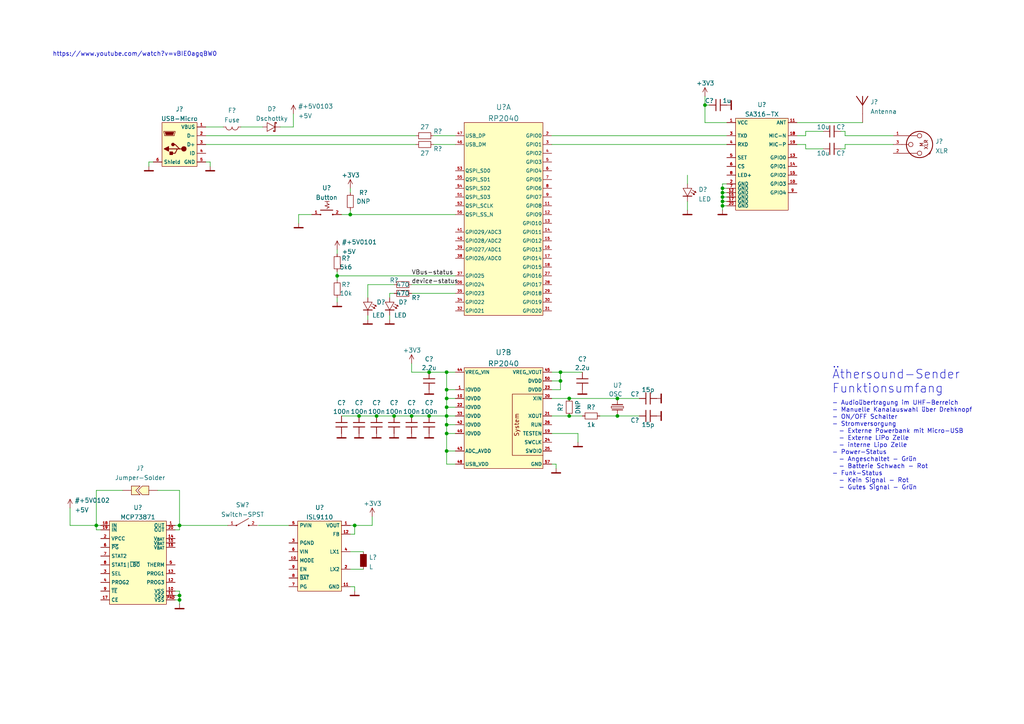
<source format=kicad_sch>
(kicad_sch (version 20211123) (generator eeschema)
  (paper "A4")
  (lib_symbols
    (symbol "DI-power:+3V3" (power) (pin_numbers hide) (pin_names hide) (in_bom no) (on_board no)
      (property "Value" "+3V3" (at 0 3.81 0))
      (symbol "+3V3_0_1"
        (polyline (pts (xy -0.635 1.27) (xy 0 2.54) (xy 0.635 1.27)) (stroke (width 0.1524)))
        (polyline (pts (xy 0 0) (xy 0 1.27) (xy 0 2.54)) (stroke (width 0.1524)))
      )
      (symbol "+3V3_1_1"
        (pin power_in line (at 0 0 90) (length 2.54) hide (name "+3V3") (number "+3V3"))
      )
    )
    (symbol "DI-power:+5V" (power) (in_bom no) (on_board no)
      (property "Reference" "+5V" (at 0 3.81 0))
      (property "Value" "+5V" (at 0 3.81 0))
      (symbol "+5V_0_1"
        (polyline (pts (xy -0.635 1.27) (xy 0 2.54) (xy 0.635 1.27)) (stroke (width 0.1524)))
        (polyline (pts (xy 0 0) (xy 0 1.27) (xy 0 2.54)) (stroke (width 0.1524)))
      )
      (symbol "+5V_1_1"
        (pin power_in line (at 0 0 90) (length 2.54) hide (name "+5V") (number "+5V"))
      )
    )
    (symbol "DI-power:GND" (power) (pin_numbers hide) (pin_names (offset 0) hide) (in_bom no) (on_board no)
      (symbol "GND_0_1"
        (polyline (pts (xy -1.27 -1.27) (xy 1.27 -1.27)) (stroke (width 0.381)))
        (polyline (pts (xy 0 0) (xy 0 -1.27)) (stroke (width 0.1524)))
      )
      (symbol "GND_1_1"
        (pin passive line (at 0 0 270) (length 1.27) hide (name "GND") (number "GND"))
      )
    )
    (symbol "DI-standard:Button" (pin_names hide)
      (property "Reference" "U" (at 8.5344 -2.0828 0))
      (property "Value" "Button" (at 3.8608 -2.032 0))
      (symbol "Button_0_1"
        (polyline (pts (xy 6.096 1.27) (xy 2.54 1.27)) (stroke (width 0.254)))
        (polyline (pts (xy 4.445 1.651) (xy 4.445 1.905) (xy 5.08 2.159) (xy 3.81 2.54) (xy 5.08 2.921) (xy 4.445 3.175) (xy 4.445 3.81) (xy 3.81 3.81) (xy 5.08 3.81)) (stroke (width 0.1524)))
        (circle (center 2.54 0) (radius 0.1524) (stroke (width 0.1524)) (fill (type outline)))
        (circle (center 6.096 0) (radius 0.1606) (stroke (width 0.1524)) (fill (type outline)))
      )
      (symbol "Button_1_1"
        (pin passive line (at 0 0 0) (length 2.54) (name "1") (number "1"))
        (pin passive line (at 8.636 0 180) (length 2.54) (name "2") (number "2"))
      )
    )
    (symbol "DI-standard:C" (pin_numbers hide) (pin_names hide)
      (property "Reference" "C" (at 1.27 -4.445 0))
      (property "Value" "C" (at 1.524 0.127 0))
      (symbol "C_0_1"
        (polyline (pts (xy -1.651 -3.175) (xy 1.651 -3.175)) (stroke (width 0.254)))
        (polyline (pts (xy -1.651 -1.905) (xy 1.651 -1.905)) (stroke (width 0.254)))
      )
      (symbol "C_1_1"
        (pin passive line (at 0 0 270) (length 1.905) (name "1") (number "1"))
        (pin passive line (at 0 -5.08 90) (length 1.905) (name "2") (number "2"))
      )
    )
    (symbol "DI-standard:Dschottky" (pin_numbers hide) (pin_names hide)
      (property "Reference" "D" (at 1.905 -0.635 0))
      (property "Value" "Dschottky" (at 8.255 -0.508 0))
      (symbol "Dschottky_0_1"
        (polyline (pts (xy -1.27 -3.556) (xy 1.27 -3.556)) (stroke (width 0.254)))
        (polyline (pts (xy -1.27 -3.175) (xy -1.27 -3.556)) (stroke (width 0.254)))
        (polyline (pts (xy -1.27 -3.175) (xy -1.016 -3.175)) (stroke (width 0.254)))
        (polyline (pts (xy 0 -3.81) (xy 0 -3.556)) (stroke (width 0.1524)))
        (polyline (pts (xy 1.27 -3.937) (xy 1.016 -3.937)) (stroke (width 0.254)))
        (polyline (pts (xy 1.27 -3.556) (xy 1.27 -3.937)) (stroke (width 0.254)))
        (polyline (pts (xy -1.27 -1.27) (xy 1.27 -1.27) (xy 0 -3.556) (xy -1.27 -1.27)) (stroke (width 0.1524)))
      )
      (symbol "Dschottky_1_1"
        (pin passive line (at 0 0 270) (length 1.27) (name "A") (number "A"))
        (pin passive line (at 0 -5.08 90) (length 1.27) (name "K") (number "K"))
      )
    )
    (symbol "DI-standard:Fuse" (pin_numbers hide) (pin_names hide)
      (property "Reference" "F" (at -0.127 1.905 0))
      (property "Value" "Fuse" (at 0 1.905 0))
      (symbol "Fuse_0_1"
        (arc (start 0 -2.54) (mid -0.9024 -3.429) (end 0 -4.318) (stroke (width 0.1524)))
        (arc (start 0 -0.762) (mid -0.8758 -1.651) (end 0 -2.54) (stroke (width 0.1524)))
      )
      (symbol "Fuse_1_1"
        (pin passive line (at 0 0 270) (length 0.762) (name "1") (number "1"))
        (pin passive line (at 0 -5.08 90) (length 0.762) (name "2") (number "2"))
      )
    )
    (symbol "DI-standard:Jumper-Solder" (pin_numbers hide) (pin_names hide)
      (property "Reference" "J" (at 5.08 3.81 0))
      (property "Value" "Jumper-Solder" (at 5.08 -3.81 0))
      (symbol "Jumper-Solder_0_1"
        (polyline (pts (xy 2.54 1.27) (xy 2.54 -1.27) (xy 5.08 -1.27) (xy 3.81 0) (xy 5.08 1.27) (xy 2.54 1.27)) (stroke (width 0.1524)) (fill (type background)))
        (polyline (pts (xy 7.62 0) (xy 7.62 1.27) (xy 5.715 1.27) (xy 4.445 0) (xy 5.715 -1.27) (xy 7.62 -1.27) (xy 7.62 0)) (stroke (width 0.1524)) (fill (type background)))
      )
      (symbol "Jumper-Solder_1_1"
        (pin passive line (at 0 0 0) (length 2.54) (name "1") (number "1"))
        (pin passive line (at 10.16 0 180) (length 2.54) (name "2") (number "2"))
      )
    )
    (symbol "DI-standard:L" (pin_numbers hide) (pin_names hide)
      (property "Reference" "L" (at 1.651 -1.524 0))
      (property "Value" "L" (at 1.651 -3.683 0))
      (symbol "L_0_1"
        (rectangle (start -0.889 -0.762) (end 0.889 -4.318) (stroke (width 0.1524)) (fill (type outline)))
      )
      (symbol "L_1_1"
        (pin passive line (at 0 0 270) (length 0.762) (name "1") (number "1"))
        (pin passive line (at 0 -5.08 90) (length 0.762) (name "2") (number "2"))
      )
    )
    (symbol "DI-standard:LED" (pin_numbers hide) (pin_names hide)
      (property "Reference" "D" (at 1.905 -0.635 0))
      (property "Value" "LED" (at 1.905 1.27 0))
      (symbol "LED_0_1"
        (polyline (pts (xy -1.27 -3.556) (xy 1.27 -3.556)) (stroke (width 0.254)))
        (polyline (pts (xy 0 -3.81) (xy 0 -3.556)) (stroke (width 0.1524)))
        (polyline (pts (xy 1.016 -2.4384) (xy 2.0828 -3.0988)) (stroke (width 0.1524)))
        (polyline (pts (xy 1.4224 -1.8288) (xy 2.4892 -2.4892)) (stroke (width 0.1524)))
        (polyline (pts (xy -1.27 -1.27) (xy 1.27 -1.27) (xy 0 -3.556) (xy -1.27 -1.27)) (stroke (width 0.1524)))
        (polyline (pts (xy 2.0828 -3.0988) (xy 1.8796 -2.6924) (xy 1.6256 -3.0988) (xy 2.0828 -3.0988)) (stroke (width 0.1524)) (fill (type outline)))
        (polyline (pts (xy 2.4892 -2.4892) (xy 2.286 -2.0828) (xy 2.032 -2.4892) (xy 2.4892 -2.4892)) (stroke (width 0.1524)) (fill (type outline)))
      )
      (symbol "LED_1_1"
        (pin passive line (at 0 0 270) (length 1.27) (name "A") (number "A"))
        (pin passive line (at 0 -5.08 90) (length 1.27) (name "K") (number "K"))
      )
    )
    (symbol "DI-standard:OSC" (pin_numbers hide) (pin_names (offset 0) hide)
      (property "Reference" "U" (at 4.064 -0.762 0))
      (property "Value" "OSC" (at 3.81 1.778 0))
      (symbol "OSC_0_1"
        (rectangle (start -1.778 -2.286) (end 1.778 -2.794) (stroke (width 0.1524)))
        (polyline (pts (xy -1.524 -3.302) (xy 1.524 -3.302)) (stroke (width 0.254)))
        (polyline (pts (xy -1.524 -1.778) (xy 1.524 -1.778)) (stroke (width 0.254)))
        (polyline (pts (xy 0 -3.81) (xy 0 -3.302)) (stroke (width 0.1524)))
        (polyline (pts (xy 0 -1.27) (xy 0 -1.778)) (stroke (width 0.1524)))
      )
      (symbol "OSC_1_1"
        (pin passive line (at 0 0 270) (length 1.27) (name "1") (number "1"))
        (pin passive line (at 0 -5.08 90) (length 1.27) (name "2") (number "2"))
      )
    )
    (symbol "DI-standard:R" (pin_numbers hide) (pin_names hide)
      (property "Reference" "R" (at 1.651 -3.556 0))
      (property "Value" "R" (at 1.651 -1.651 0))
      (symbol "R_0_1"
        (rectangle (start -0.889 -0.762) (end 0.889 -4.318) (stroke (width 0.1524)))
      )
      (symbol "R_1_1"
        (pin passive line (at 0 0 270) (length 0.762) (name "1") (number "1"))
        (pin passive line (at 0 -5.08 90) (length 0.762) (name "2") (number "2"))
      )
    )
    (symbol "DI-standard:Switch-SPST" (pin_names hide)
      (property "Reference" "SW" (at 0 2.54 0))
      (property "Value" "Switch-SPST" (at 0 3.81 0))
      (symbol "Switch-SPST_0_1"
        (polyline (pts (xy 6.096 2.032) (xy 2.54 0)) (stroke (width 0.1524)))
        (circle (center 2.54 0) (radius 0.1524) (stroke (width 0.1524)) (fill (type outline)))
        (circle (center 6.096 0) (radius 0.1606) (stroke (width 0.1524)) (fill (type outline)))
      )
      (symbol "Switch-SPST_1_1"
        (pin passive line (at 0 0 0) (length 2.54) (name "1") (number "1"))
        (pin passive line (at 8.636 0 180) (length 2.54) (name "2") (number "2"))
      )
    )
    (symbol "audio-components:Antenna" (pin_numbers hide) (pin_names hide)
      (property "Reference" "J" (at 3.175 2.54 0))
      (property "Value" "Antenna" (at 6.35 0.635 0))
      (symbol "Antenna_0_1"
        (polyline (pts (xy 0 2.54) (xy 0 5.08)) (stroke (width 0.1524)))
        (polyline (pts (xy 0 5.08) (xy -1.778 7.62)) (stroke (width 0.254)))
        (polyline (pts (xy 0 5.08) (xy 0 7.62)) (stroke (width 0.254)))
        (polyline (pts (xy 0 5.08) (xy 1.524 7.62)) (stroke (width 0.254)))
      )
      (symbol "Antenna_1_1"
        (pin bidirectional line (at 0 0 90) (length 2.54) (name "1") (number "1"))
      )
    )
    (symbol "audio-components:ISL9110"
      (property "Reference" "U" (at 2.54 2.54 0))
      (property "Value" "ISL9110" (at 8.89 -20.32 0))
      (symbol "ISL9110_0_1"
        (rectangle (start 2.54 1.27) (end 15.24 -19.05) (stroke (width 0.1524)) (fill (type background)))
      )
      (symbol "ISL9110_1_1"
        (pin power_out line (at 17.78 0 180) (length 2.54) (name "VOUT") (number "1"))
        (pin input line (at 0 -10.16 0) (length 2.54) (name "MODE") (number "10"))
        (pin passive line (at 17.78 -17.78 180) (length 2.54) (name "GND") (number "11"))
        (pin input line (at 17.78 -2.54 180) (length 2.54) (name "FB") (number "12"))
        (pin passive line (at 17.78 -12.7 180) (length 2.54) (name "LX2") (number "2"))
        (pin passive line (at 0 -5.08 0) (length 2.54) (name "PGND") (number "3"))
        (pin passive line (at 17.78 -7.62 180) (length 2.54) (name "LX1") (number "4"))
        (pin power_in line (at 0 0 0) (length 2.54) (name "PVIN") (number "5"))
        (pin power_in line (at 0 -7.62 0) (length 2.54) (name "VIN") (number "6"))
        (pin open_collector line (at 0 -17.78 0) (length 2.54) (name "PG") (number "7"))
        (pin open_collector line (at 0 -15.24 0) (length 2.54) (name "~{BAT}") (number "8"))
        (pin input line (at 0 -12.7 0) (length 2.54) (name "EN") (number "9"))
      )
    )
    (symbol "audio-components:MCP73871"
      (property "Reference" "U" (at 6.35 2.54 0))
      (property "Value" "MCP73871" (at 0 2.54 0))
      (symbol "MCP73871_0_1"
        (rectangle (start 2.54 1.27) (end 19.05 -22.86) (stroke (width 0.1524)) (fill (type background)))
        (rectangle (start 16.51 -22.86) (end 16.51 -22.86) (stroke (width 0.1524)))
      )
      (symbol "MCP73871_1_1"
        (pin power_out line (at 21.59 0 180) (length 2.54) (name "OUT") (number "1"))
        (pin passive line (at 21.59 -19.05 180) (length 2.54) (name "VSS") (number "10"))
        (pin passive line (at 21.59 -20.32 180) (length 2.54) (name "VSS") (number "11"))
        (pin passive line (at 21.59 -16.51 180) (length 2.54) (name "PROG3") (number "12"))
        (pin passive line (at 21.59 -13.97 180) (length 2.54) (name "PROG1") (number "13"))
        (pin bidirectional line (at 21.59 -3.81 180) (length 2.54) (name "V_{BAT}") (number "14"))
        (pin bidirectional line (at 21.59 -5.08 180) (length 2.54) (name "V_{BAT}") (number "15"))
        (pin bidirectional line (at 21.59 -6.35 180) (length 2.54) (name "V_{BAT}") (number "16"))
        (pin input line (at 0 -21.59 0) (length 2.54) (name "CE") (number "17"))
        (pin power_in line (at 0 0 0) (length 2.54) (name "IN") (number "18"))
        (pin power_in line (at 0 -1.27 0) (length 2.54) (name "IN") (number "19"))
        (pin input line (at 0 -3.81 0) (length 2.54) (name "VPCC") (number "2"))
        (pin power_out line (at 21.59 -1.27 180) (length 2.54) (name "OUT") (number "20"))
        (pin input line (at 0 -13.97 0) (length 2.54) (name "SEL") (number "3"))
        (pin input line (at 0 -16.51 0) (length 2.54) (name "PROG2") (number "4"))
        (pin passive line (at 21.59 -11.43 180) (length 2.54) (name "THERM") (number "5"))
        (pin open_collector line (at 0 -6.35 0) (length 2.54) (name "~{PG}") (number "6"))
        (pin open_collector line (at 0 -8.89 0) (length 2.54) (name "STAT2") (number "7"))
        (pin open_collector line (at 0 -11.43 0) (length 2.54) (name "STAT1|~{LBO}") (number "8"))
        (pin input line (at 0 -19.05 0) (length 2.54) (name "~{TE}") (number "9"))
        (pin passive line (at 21.59 -21.59 180) (length 2.54) (name "VSS") (number "PAD"))
      )
    )
    (symbol "audio-components:RP2040" (pin_names (offset 0.254))
      (property "Reference" "U" (at 33.02 12.7 0))
      (property "Value" "RP2040" (at 13.97 2.54 0))
      (symbol "RP2040_1_1"
        (rectangle (start 2.54 3.81) (end 25.4 -52.07) (stroke (width 0.1524)) (fill (type background)))
        (pin bidirectional line (at 0 -20.32 0) (length 2.54) (name "GPIO8") (number "11"))
        (pin bidirectional line (at 0 -22.86 0) (length 2.54) (name "GPIO9") (number "12"))
        (pin bidirectional line (at 0 -25.4 0) (length 2.54) (name "GPIO10") (number "13"))
        (pin bidirectional line (at 0 -27.94 0) (length 2.54) (name "GPIO11") (number "14"))
        (pin bidirectional line (at 0 -30.48 0) (length 2.54) (name "GPIO12") (number "15"))
        (pin bidirectional line (at 0 -33.02 0) (length 2.54) (name "GPIO13") (number "16"))
        (pin bidirectional line (at 0 -35.56 0) (length 2.54) (name "GPIO14") (number "17"))
        (pin bidirectional line (at 0 -38.1 0) (length 2.54) (name "GPIO15") (number "18"))
        (pin bidirectional line (at 0 0 0) (length 2.54) (name "GPIO0") (number "2"))
        (pin bidirectional line (at 0 -40.64 0) (length 2.54) (name "GPIO16") (number "27"))
        (pin bidirectional line (at 0 -43.18 0) (length 2.54) (name "GPIO17") (number "28"))
        (pin bidirectional line (at 0 -45.72 0) (length 2.54) (name "GPIO18") (number "29"))
        (pin bidirectional line (at 0 -2.54 0) (length 2.54) (name "GPIO1") (number "3"))
        (pin bidirectional line (at 0 -48.26 0) (length 2.54) (name "GPIO19") (number "30"))
        (pin bidirectional line (at 0 -50.8 0) (length 2.54) (name "GPIO20") (number "31"))
        (pin bidirectional line (at 27.94 -50.8 180) (length 2.54) (name "GPIO21") (number "32"))
        (pin bidirectional line (at 27.94 -48.26 180) (length 2.54) (name "GPIO22") (number "34"))
        (pin bidirectional line (at 27.94 -45.72 180) (length 2.54) (name "GPIO23") (number "35"))
        (pin bidirectional line (at 27.94 -43.18 180) (length 2.54) (name "GPIO24") (number "36"))
        (pin bidirectional line (at 27.94 -40.64 180) (length 2.54) (name "GPIO25") (number "37"))
        (pin bidirectional line (at 27.94 -35.56 180) (length 2.54) (name "GPIO26/ADC0") (number "38"))
        (pin bidirectional line (at 27.94 -33.02 180) (length 2.54) (name "GPIO27/ADC1") (number "39"))
        (pin bidirectional line (at 0 -5.08 0) (length 2.54) (name "GPIO2") (number "4"))
        (pin bidirectional line (at 27.94 -30.48 180) (length 2.54) (name "GPIO28/ADC2") (number "40"))
        (pin bidirectional line (at 27.94 -27.94 180) (length 2.54) (name "GPIO29/ADC3") (number "41"))
        (pin unspecified line (at 27.94 -2.54 180) (length 2.54) (name "USB_DM") (number "46"))
        (pin unspecified line (at 27.94 0 180) (length 2.54) (name "USB_DP") (number "47"))
        (pin bidirectional line (at 0 -7.62 0) (length 2.54) (name "GPIO3") (number "5"))
        (pin bidirectional line (at 27.94 -17.78 180) (length 2.54) (name "QSPI_SD3") (number "51"))
        (pin unspecified line (at 27.94 -20.32 180) (length 2.54) (name "QSPI_SCLK") (number "52"))
        (pin bidirectional line (at 27.94 -10.16 180) (length 2.54) (name "QSPI_SD0") (number "53"))
        (pin bidirectional line (at 27.94 -15.24 180) (length 2.54) (name "QSPI_SD2") (number "54"))
        (pin bidirectional line (at 27.94 -12.7 180) (length 2.54) (name "QSPI_SD1") (number "55"))
        (pin unspecified line (at 27.94 -22.86 180) (length 2.54) (name "QSPI_SS_N") (number "56"))
        (pin bidirectional line (at 0 -10.16 0) (length 2.54) (name "GPIO4") (number "6"))
        (pin bidirectional line (at 0 -12.7 0) (length 2.54) (name "GPIO5") (number "7"))
        (pin bidirectional line (at 0 -15.24 0) (length 2.54) (name "GPIO6") (number "8"))
        (pin bidirectional line (at 0 -17.78 0) (length 2.54) (name "GPIO7") (number "9"))
      )
      (symbol "RP2040_2_1"
        (polyline (pts (xy 25.4 -6.35) (xy 16.51 -6.35) (xy 16.51 -24.13) (xy 25.4 -24.13)) (stroke (width 0.1524)))
        (rectangle (start 2.54 1.27) (end 25.4 -27.94) (stroke (width 0.1524)) (fill (type background)))
        (text "System" (at 17.78 -15.24 900) (effects (font (size 1.27 1.27))))
        (pin power_in line (at 0 -5.08 0) (length 2.54) (name "IOVDD") (number "1"))
        (pin power_in line (at 0 -7.62 0) (length 2.54) (name "IOVDD") (number "10"))
        (pin unspecified line (at 27.94 -17.78 180) (length 2.54) (name "TESTEN") (number "19"))
        (pin unspecified line (at 27.94 -7.62 180) (length 2.54) (name "XIN") (number "20"))
        (pin output line (at 27.94 -12.7 180) (length 2.54) (name "XOUT") (number "21"))
        (pin power_in line (at 0 -10.16 0) (length 2.54) (name "IOVDD") (number "22"))
        (pin power_in line (at 27.94 -5.08 180) (length 2.54) (name "DVDD") (number "23"))
        (pin unspecified line (at 27.94 -20.32 180) (length 2.54) (name "SWCLK") (number "24"))
        (pin unspecified line (at 27.94 -22.86 180) (length 2.54) (name "SWDIO") (number "25"))
        (pin unspecified line (at 27.94 -15.24 180) (length 2.54) (name "RUN") (number "26"))
        (pin power_in line (at 0 -12.7 0) (length 2.54) (name "IOVDD") (number "33"))
        (pin power_in line (at 0 -15.24 0) (length 2.54) (name "IOVDD") (number "42"))
        (pin power_in line (at 0 -22.86 0) (length 2.54) (name "ADC_AVDD") (number "43"))
        (pin unspecified line (at 0 0 0) (length 2.54) (name "VREG_VIN") (number "44"))
        (pin output line (at 27.94 0 180) (length 2.54) (name "VREG_VOUT") (number "45"))
        (pin power_in line (at 0 -26.67 0) (length 2.54) (name "USB_VDD") (number "48"))
        (pin power_in line (at 0 -17.78 0) (length 2.54) (name "IOVDD") (number "49"))
        (pin power_in line (at 27.94 -2.54 180) (length 2.54) (name "DVDD") (number "50"))
        (pin power_in line (at 27.94 -26.67 180) (length 2.54) (name "GND") (number "57"))
      )
    )
    (symbol "audio-components:SA316-TX"
      (property "Reference" "U" (at 1.27 1.27 0))
      (property "Value" "SA316-TX" (at 10.16 -25.4 0))
      (symbol "SA316-TX_0_1"
        (rectangle (start 0 0) (end 15.24 -26.67) (stroke (width 0.1524)) (fill (type background)))
      )
      (symbol "SA316-TX_1_1"
        (pin power_in line (at -2.54 -1.27 0) (length 2.54) (name "VCC") (number "1"))
        (pin bidirectional line (at 17.78 -19.05 180) (length 2.54) (name "GPIO3") (number "10"))
        (pin bidirectional line (at 17.78 -1.27 180) (length 2.54) (name "ANT") (number "11"))
        (pin passive line (at -2.54 -21.59 0) (length 2.54) (name "GND") (number "12"))
        (pin bidirectional line (at 17.78 -11.43 180) (length 2.54) (name "GPIO0") (number "13"))
        (pin bidirectional line (at 17.78 -13.97 180) (length 2.54) (name "GPIO1") (number "14"))
        (pin bidirectional line (at 17.78 -16.51 180) (length 2.54) (name "GPIO2") (number "15"))
        (pin passive line (at -2.54 -22.86 0) (length 2.54) (name "GND") (number "16"))
        (pin passive line (at -2.54 -24.13 0) (length 2.54) (name "GND") (number "17"))
        (pin input line (at 17.78 -5.08 180) (length 2.54) (name "MIC-N") (number "18"))
        (pin input line (at 17.78 -7.62 180) (length 2.54) (name "MIC-P") (number "19"))
        (pin passive line (at -2.54 -19.05 0) (length 2.54) (name "GND") (number "2"))
        (pin passive line (at -2.54 -25.4 0) (length 2.54) (name "GND") (number "20"))
        (pin output line (at -2.54 -5.08 0) (length 2.54) (name "TXD") (number "3"))
        (pin input line (at -2.54 -7.62 0) (length 2.54) (name "RXD") (number "4"))
        (pin input line (at -2.54 -11.43 0) (length 2.54) (name "SET") (number "5"))
        (pin input line (at -2.54 -13.97 0) (length 2.54) (name "CS") (number "6"))
        (pin passive line (at -2.54 -20.32 0) (length 2.54) (name "GND") (number "7"))
        (pin output line (at -2.54 -16.51 0) (length 2.54) (name "LED+") (number "8"))
        (pin bidirectional line (at 17.78 -21.59 180) (length 2.54) (name "GPIO4") (number "9"))
      )
    )
    (symbol "audio-components:USB-Micro"
      (property "Reference" "J" (at 3.048 2.286 0))
      (property "Value" "USB-Micro" (at 7.62 -12.573 0))
      (symbol "USB-Micro_0_1"
        (polyline (pts (xy 8.255 -6.35) (xy 10.795 -6.35)) (stroke (width 0.254)))
        (polyline (pts (xy 6.985 -6.35) (xy 7.62 -6.35) (xy 8.89 -5.08) (xy 9.525 -5.08)) (stroke (width 0.254)))
        (polyline (pts (xy 7.62 -6.35) (xy 8.255 -6.35) (xy 8.89 -7.62) (xy 10.16 -7.62)) (stroke (width 0.254)))
        (polyline (pts (xy 10.795 -5.715) (xy 10.795 -6.985) (xy 12.065 -6.35) (xy 10.795 -5.715)) (stroke (width 0.254)) (fill (type outline)))
        (polyline (pts (xy 9.271 -1.524) (xy 11.811 -1.524) (xy 11.557 -2.286) (xy 9.525 -2.286) (xy 9.271 -1.524)) (fill (type outline)))
        (polyline (pts (xy 8.89 -1.27) (xy 8.89 -1.524) (xy 9.144 -2.286) (xy 9.144 -2.54) (xy 11.938 -2.54) (xy 11.938 -2.286) (xy 12.192 -1.524) (xy 12.192 -1.27) (xy 8.89 -1.27)))
        (rectangle (start 2.54 1.27) (end 12.7 -11.43) (stroke (width 0.1524)) (fill (type background)))
        (circle (center 6.35 -6.35) (radius 0.635) (stroke (width 0.254)) (fill (type outline)))
        (circle (center 9.525 -5.08) (radius 0.381) (stroke (width 0.254)) (fill (type outline)))
        (rectangle (start 10.414 -7.239) (end 9.652 -8.001) (stroke (width 0.254)) (fill (type outline)))
      )
      (symbol "USB-Micro_1_1"
        (pin power_out line (at 0 0 0) (length 2.54) (name "VBUS") (number "1"))
        (pin bidirectional line (at 0 -2.54 0) (length 2.54) (name "D-") (number "2"))
        (pin bidirectional line (at 0 -5.08 0) (length 2.54) (name "D+") (number "3"))
        (pin passive line (at 0 -7.62 0) (length 2.54) (name "ID") (number "4"))
        (pin power_out line (at 0 -10.16 0) (length 2.54) (name "GND") (number "5"))
        (pin passive line (at 15.24 -10.16 180) (length 2.54) (name "Shield") (number "6"))
      )
    )
    (symbol "audio-components:XLR" (pin_names hide)
      (property "Reference" "J" (at 6.985 1.905 0))
      (property "Value" "XLR" (at 7.62 4.445 0))
      (symbol "XLR_0_0"
        (text "M" (at 2.54 8.255 0) (effects (font (size 1.016 1.016))))
        (text "XLR" (at 2.54 9.525 0) (effects (font (size 1.016 1.016))))
      )
      (symbol "XLR_0_1"
        (polyline (pts (xy 0 6.985) (xy 0 2.54)) (stroke (width 0.1524)))
        (polyline (pts (xy 2.54 4.445) (xy 2.54 2.54)) (stroke (width 0.1524)))
        (polyline (pts (xy 5.08 6.985) (xy 5.08 2.54) (xy 5.08 3.175) (xy 5.08 2.54)) (stroke (width 0.1524)))
        (circle (center 0 7.62) (radius 0.635) (stroke (width 0.1524)))
        (circle (center 2.54 5.08) (radius 0.635) (stroke (width 0.1524)))
        (circle (center 2.54 7.62) (radius 3.81) (stroke (width 0.254)))
        (circle (center 5.08 7.62) (radius 0.635) (stroke (width 0.1524)))
        (arc (start 5.2832 10.16) (mid 5.2749 10.7792) (end 4.6627 10.6855) (stroke (width 0.1524)))
      )
      (symbol "XLR_1_1"
        (pin passive line (at 0 0 90) (length 2.54) (name "1") (number "1"))
        (pin passive line (at 5.08 0 90) (length 2.54) (name "2") (number "2"))
        (pin passive line (at 2.54 0 90) (length 2.54) (name "3") (number "3"))
      )
    )
  )
  (junction (at 129.54 120.65))
  (junction (at 129.54 125.73))
  (junction (at 104.14 120.65))
  (junction (at 209.55 57.15))
  (junction (at 165.1 115.57))
  (junction (at 52.07 152.4))
  (junction (at 129.54 118.11))
  (junction (at 124.46 107.95))
  (junction (at 179.07 120.65))
  (junction (at 129.54 107.95))
  (junction (at 102.87 152.4))
  (junction (at 165.1 120.65))
  (junction (at 179.07 115.57))
  (junction (at 162.56 107.95))
  (junction (at 97.79 80.01))
  (junction (at 209.55 59.69))
  (junction (at 109.22 120.65))
  (junction (at 52.07 172.72))
  (junction (at 209.55 55.88))
  (junction (at 204.47 30.48))
  (junction (at 114.3 120.65))
  (junction (at 129.54 115.57))
  (junction (at 124.46 120.65))
  (junction (at 129.54 130.81))
  (junction (at 119.38 120.65))
  (junction (at 162.56 110.49))
  (junction (at 52.07 173.99))
  (junction (at 129.54 113.03))
  (junction (at 209.55 54.61))
  (junction (at 209.55 58.42))
  (junction (at 129.54 123.19))
  (junction (at 101.6 62.23))
  (junction (at 27.94 152.4))
  (wire (pts (xy 209.55 55.88) (xy 209.55 54.61)))
  (wire (pts (xy 129.54 125.73) (xy 132.08 125.73)))
  (wire (pts (xy 129.54 130.81) (xy 132.08 130.81)))
  (wire (pts (xy 44.45 46.99) (xy 43.18 46.99)))
  (wire (pts (xy 233.68 41.91) (xy 233.68 43.18)))
  (wire (pts (xy 129.54 118.11) (xy 132.08 118.11)))
  (wire (pts (xy 119.38 107.95) (xy 124.46 107.95)))
  (wire (pts (xy 129.54 113.03) (xy 132.08 113.03)))
  (wire (pts (xy 245.11 39.37) (xy 245.11 38.1)))
  (wire (pts (xy 160.02 110.49) (xy 162.56 110.49)))
  (wire (pts (xy 104.14 120.65) (xy 109.22 120.65)))
  (wire (pts (xy 233.68 38.1) (xy 238.76 38.1)))
  (wire (pts (xy 59.69 41.91) (xy 120.65 41.91)))
  (wire (pts (xy 86.614 62.23) (xy 86.614 64.77)))
  (wire (pts (xy 132.08 120.65) (xy 129.54 120.65)))
  (wire (pts (xy 106.68 82.55) (xy 106.68 86.36)))
  (wire (pts (xy 101.6 160.02) (xy 105.41 160.02)))
  (wire (pts (xy 162.56 113.03) (xy 160.02 113.03)))
  (wire (pts (xy 179.07 115.57) (xy 185.42 115.57)))
  (wire (pts (xy 245.11 43.18) (xy 243.84 43.18)))
  (wire (pts (xy 50.8 172.72) (xy 52.07 172.72)))
  (wire (pts (xy 129.54 120.65) (xy 129.54 123.19)))
  (wire (pts (xy 165.1 120.65) (xy 168.91 120.65)))
  (wire (pts (xy 101.6 60.96) (xy 101.6 62.23)))
  (wire (pts (xy 204.47 35.56) (xy 210.82 35.56)))
  (wire (pts (xy 129.54 134.62) (xy 129.54 130.81)))
  (wire (pts (xy 59.69 39.37) (xy 120.65 39.37)))
  (wire (pts (xy 245.11 38.1) (xy 243.84 38.1)))
  (wire (pts (xy 52.07 172.72) (xy 52.07 171.45)))
  (wire (pts (xy 209.55 57.15) (xy 209.55 55.88)))
  (wire (pts (xy 101.6 55.88) (xy 101.6 54.61)))
  (wire (pts (xy 109.22 120.65) (xy 114.3 120.65)))
  (wire (pts (xy 113.03 91.44) (xy 113.03 92.71)))
  (wire (pts (xy 245.11 39.37) (xy 259.08 39.37)))
  (wire (pts (xy 129.54 107.95) (xy 129.54 113.03)))
  (wire (pts (xy 101.6 165.1) (xy 105.41 165.1)))
  (wire (pts (xy 27.94 142.24) (xy 27.94 152.4)))
  (wire (pts (xy 209.55 59.69) (xy 209.55 60.96)))
  (wire (pts (xy 125.73 39.37) (xy 132.08 39.37)))
  (wire (pts (xy 209.55 54.61) (xy 209.55 53.34)))
  (wire (pts (xy 102.87 154.94) (xy 102.87 152.4)))
  (wire (pts (xy 162.56 107.95) (xy 168.91 107.95)))
  (wire (pts (xy 210.82 57.15) (xy 209.55 57.15)))
  (wire (pts (xy 114.3 82.55) (xy 106.68 82.55)))
  (wire (pts (xy 129.54 130.81) (xy 129.54 125.73)))
  (wire (pts (xy 81.28 36.83) (xy 85.09 36.83)))
  (wire (pts (xy 59.69 46.99) (xy 60.96 46.99)))
  (wire (pts (xy 50.8 173.99) (xy 52.07 173.99)))
  (wire (pts (xy 245.11 43.18) (xy 245.11 41.91)))
  (wire (pts (xy 97.79 72.39) (xy 97.79 73.66)))
  (wire (pts (xy 129.54 113.03) (xy 129.54 115.57)))
  (wire (pts (xy 259.08 41.91) (xy 245.11 41.91)))
  (wire (pts (xy 167.64 125.73) (xy 167.64 128.27)))
  (wire (pts (xy 52.07 171.45) (xy 50.8 171.45)))
  (wire (pts (xy 124.46 107.95) (xy 129.54 107.95)))
  (wire (pts (xy 209.55 58.42) (xy 209.55 57.15)))
  (wire (pts (xy 101.6 154.94) (xy 102.87 154.94)))
  (wire (pts (xy 97.79 86.36) (xy 97.79 87.63)))
  (wire (pts (xy 52.07 173.99) (xy 52.07 172.72)))
  (wire (pts (xy 101.6 62.23) (xy 132.08 62.23)))
  (wire (pts (xy 52.07 153.67) (xy 52.07 152.4)))
  (wire (pts (xy 204.47 30.48) (xy 204.47 35.56)))
  (wire (pts (xy 160.02 125.73) (xy 167.64 125.73)))
  (wire (pts (xy 124.46 120.65) (xy 129.54 120.65)))
  (wire (pts (xy 101.6 152.4) (xy 102.87 152.4)))
  (wire (pts (xy 102.87 170.18) (xy 102.87 171.45)))
  (wire (pts (xy 129.54 115.57) (xy 129.54 118.11)))
  (wire (pts (xy 162.56 110.49) (xy 162.56 113.03)))
  (wire (pts (xy 161.29 134.62) (xy 161.29 135.89)))
  (wire (pts (xy 209.55 58.42) (xy 210.82 58.42)))
  (wire (pts (xy 199.39 58.42) (xy 199.39 60.96)))
  (wire (pts (xy 173.99 120.65) (xy 179.07 120.65)))
  (wire (pts (xy 119.38 105.41) (xy 119.38 107.95)))
  (wire (pts (xy 129.54 123.19) (xy 129.54 125.73)))
  (wire (pts (xy 27.94 152.4) (xy 29.21 152.4)))
  (wire (pts (xy 209.55 53.34) (xy 210.82 53.34)))
  (wire (pts (xy 209.55 59.69) (xy 209.55 58.42)))
  (wire (pts (xy 119.38 120.65) (xy 124.46 120.65)))
  (wire (pts (xy 97.79 80.01) (xy 97.79 81.28)))
  (wire (pts (xy 35.56 142.24) (xy 27.94 142.24)))
  (wire (pts (xy 199.39 53.34) (xy 199.39 50.8)))
  (wire (pts (xy 129.54 118.11) (xy 129.54 120.65)))
  (wire (pts (xy 132.08 107.95) (xy 129.54 107.95)))
  (wire (pts (xy 99.06 120.65) (xy 104.14 120.65)))
  (wire (pts (xy 233.68 43.18) (xy 238.76 43.18)))
  (wire (pts (xy 231.14 39.37) (xy 233.68 39.37)))
  (wire (pts (xy 74.93 152.4) (xy 83.82 152.4)))
  (wire (pts (xy 129.54 123.19) (xy 132.08 123.19)))
  (wire (pts (xy 162.56 107.95) (xy 162.56 110.49)))
  (wire (pts (xy 113.03 85.09) (xy 114.3 85.09)))
  (wire (pts (xy 97.79 78.74) (xy 97.79 80.01)))
  (wire (pts (xy 107.95 149.86) (xy 107.95 152.4)))
  (wire (pts (xy 114.3 120.65) (xy 119.38 120.65)))
  (wire (pts (xy 210.82 54.61) (xy 209.55 54.61)))
  (wire (pts (xy 233.68 38.1) (xy 233.68 39.37)))
  (wire (pts (xy 27.94 153.67) (xy 27.94 152.4)))
  (wire (pts (xy 106.68 91.44) (xy 106.68 92.71)))
  (wire (pts (xy 113.03 86.36) (xy 113.03 85.09)))
  (wire (pts (xy 132.08 115.57) (xy 129.54 115.57)))
  (wire (pts (xy 160.02 39.37) (xy 210.82 39.37)))
  (wire (pts (xy 45.72 142.24) (xy 52.07 142.24)))
  (wire (pts (xy 60.96 46.99) (xy 60.96 48.26)))
  (wire (pts (xy 99.06 62.23) (xy 101.6 62.23)))
  (wire (pts (xy 179.07 120.65) (xy 185.42 120.65)))
  (wire (pts (xy 210.82 41.91) (xy 160.02 41.91)))
  (wire (pts (xy 52.07 142.24) (xy 52.07 152.4)))
  (wire (pts (xy 97.79 80.01) (xy 132.08 80.01)))
  (wire (pts (xy 50.8 153.67) (xy 52.07 153.67)))
  (wire (pts (xy 160.02 107.95) (xy 162.56 107.95)))
  (wire (pts (xy 52.07 152.4) (xy 66.04 152.4)))
  (wire (pts (xy 102.87 152.4) (xy 107.95 152.4)))
  (wire (pts (xy 233.68 41.91) (xy 231.14 41.91)))
  (wire (pts (xy 59.69 36.83) (xy 64.77 36.83)))
  (wire (pts (xy 160.02 115.57) (xy 165.1 115.57)))
  (wire (pts (xy 209.55 59.69) (xy 210.82 59.69)))
  (wire (pts (xy 160.02 120.65) (xy 165.1 120.65)))
  (wire (pts (xy 132.08 134.62) (xy 129.54 134.62)))
  (wire (pts (xy 160.02 134.62) (xy 161.29 134.62)))
  (wire (pts (xy 119.38 85.09) (xy 132.08 85.09)))
  (wire (pts (xy 204.47 27.94) (xy 204.47 30.48)))
  (wire (pts (xy 85.09 36.83) (xy 85.09 33.02)))
  (wire (pts (xy 90.424 62.23) (xy 86.614 62.23)))
  (wire (pts (xy 165.1 115.57) (xy 179.07 115.57)))
  (wire (pts (xy 209.55 55.88) (xy 210.82 55.88)))
  (wire (pts (xy 29.21 153.67) (xy 27.94 153.67)))
  (wire (pts (xy 20.32 152.4) (xy 27.94 152.4)))
  (wire (pts (xy 231.14 35.56) (xy 250.19 35.56)))
  (wire (pts (xy 119.38 82.55) (xy 132.08 82.55)))
  (wire (pts (xy 43.18 46.99) (xy 43.18 48.26)))
  (wire (pts (xy 20.32 147.32) (xy 20.32 152.4)))
  (wire (pts (xy 52.07 173.99) (xy 52.07 175.26)))
  (wire (pts (xy 101.6 170.18) (xy 102.87 170.18)))
  (wire (pts (xy 50.8 152.4) (xy 52.07 152.4)))
  (wire (pts (xy 69.85 36.83) (xy 76.2 36.83)))
  (wire (pts (xy 125.73 41.91) (xy 132.08 41.91)))
  (wire (pts (xy 205.74 30.48) (xy 204.47 30.48)))
  (text "Äthersound-Sender\nFunktionsumfang" (at 241.3 114.3 0) (effects (font (size 2.54 2.54)) (justify left bottom)))
  (text "https://www.youtube.com/watch?v=vBIE0agqBW0" (at 15.24 16.51 0) (effects (font (size 1.27 1.27)) (justify left bottom)))
  (text "- Audioübertragung im UHF-Berreich\n- Manuelle Kanalauswahl über Drehknopf\n- ON/OFF Schalter\n- Stromversorgung\n  - Externe Powerbank mit Micro-USB\n  - Externe LiPo Zelle\n  - interne Lipo Zelle\n- Power-Status\n  - Angeschaltet - Grün\n  - Batterie Schwach - Rot\n- Funk-Status\n  - Kein Signal - Rot\n  - Gutes Signal - Grün" (at 241.3 142.24 0) (effects (font (size 1.27 1.27)) (justify left bottom)))
  (label "device-status" (at 119.38 82.55 0))
  (label "VBus-status" (at 119.38 80.01 0))
  (symbol (lib_id "DI-power:GND") (at 167.64 128.27 0) (unit 1) (in_bom no) (on_board no)
    (property "Reference" "GND?" (effects hide))
    (property "Value" "GND" (effects hide))
  )
  (symbol (lib_id "audio-components:USB-Micro") (at 59.69 36.83 0) (mirror y) (unit 1)
    (property "Reference" "J?" (at 52.07 31.6443 0))
    (property "Value" "USB-Micro" (at 52.07 34.4194 0))
  )
  (symbol (lib_id "DI-standard:C") (at 99.06 125.73 180) (unit 1)
    (property "Reference" "C?" (at 99.06 116.84 0))
    (property "Value" "100n" (at 99.06 119.38 0))
  )
  (symbol (lib_id "DI-standard:C") (at 238.76 38.1 90) (unit 1)
    (property "Reference" "C?" (at 243.84 36.83 90))
    (property "Value" "10u" (at 238.76 36.83 90))
  )
  (symbol (lib_id "DI-standard:R") (at 101.6 60.96 180) (unit 1)
    (property "Reference" "R?" (at 105.41 55.88 0))
    (property "Value" "DNP" (at 105.41 58.42 0))
  )
  (symbol (lib_id "DI-power:GND") (at 114.3 125.73 0) (unit 1) (in_bom no) (on_board no)
    (property "Reference" "GND?" (effects hide))
    (property "Value" "GND" (effects hide))
  )
  (symbol (lib_id "DI-standard:R") (at 114.3 82.55 90) (unit 1)
    (property "Reference" "R?" (at 114.3 81.28 90))
    (property "Value" "470" (at 116.84 82.55 90))
  )
  (symbol (lib_id "DI-power:+3V3") (at 107.95 149.86 0) (unit 1) (in_bom no) (on_board no)
    (property "Reference" "+3V?" (effects hide))
    (property "Value" "+3V3" (at 105.41 146.05 0) (effects (justify left)))
  )
  (symbol (lib_id "DI-standard:LED") (at 106.68 86.36 0) (unit 1)
    (property "Reference" "D?" (at 109.22 87.63 0) (effects (justify left)))
    (property "Value" "LED" (at 107.95 91.44 0) (effects (justify left)))
  )
  (symbol (lib_id "DI-power:GND") (at 43.18 48.26 0) (mirror y) (unit 1) (in_bom no) (on_board no)
    (property "Reference" "GND?" (effects hide))
    (property "Value" "GND" (effects hide))
  )
  (symbol (lib_id "DI-standard:C") (at 124.46 113.03 180) (unit 1)
    (property "Reference" "C?" (at 124.46 104.14 0))
    (property "Value" "2.2u" (at 124.46 106.68 0))
  )
  (symbol (lib_id "DI-standard:C") (at 114.3 125.73 180) (unit 1)
    (property "Reference" "C?" (at 114.3 116.84 0))
    (property "Value" "100n" (at 114.3 119.38 0))
  )
  (symbol (lib_id "DI-power:GND") (at 124.46 113.03 0) (unit 1) (in_bom no) (on_board no)
    (property "Reference" "GND?" (effects hide))
    (property "Value" "GND" (effects hide))
  )
  (symbol (lib_id "DI-standard:OSC") (at 179.07 115.57 0) (unit 1)
    (property "Reference" "U?" (at 177.8 111.76 0) (effects (justify left)))
    (property "Value" "OSC" (at 176.53 114.3 0) (effects (justify left)))
  )
  (symbol (lib_id "DI-power:+3V3") (at 204.47 27.94 0) (unit 1) (in_bom no) (on_board no)
    (property "Reference" "+3V?" (effects hide))
    (property "Value" "+3V3" (at 201.93 24.13 0) (effects (justify left)))
  )
  (symbol (lib_id "DI-power:GND") (at 161.29 135.89 0) (unit 1) (in_bom no) (on_board no)
    (property "Reference" "GND?" (effects hide))
    (property "Value" "GND" (effects hide))
  )
  (symbol (lib_id "DI-power:GND") (at 99.06 125.73 0) (unit 1) (in_bom no) (on_board no)
    (property "Reference" "GND?" (effects hide))
    (property "Value" "GND" (effects hide))
  )
  (symbol (lib_id "DI-standard:Fuse") (at 64.77 36.83 90) (unit 1)
    (property "Reference" "F?" (at 67.31 32.0385 90))
    (property "Value" "Fuse" (at 67.31 34.8136 90))
  )
  (symbol (lib_id "DI-power:GND") (at 102.87 171.45 0) (unit 1) (in_bom no) (on_board no)
    (property "Reference" "GND?" (effects hide))
    (property "Value" "GND" (effects hide))
  )
  (symbol (lib_id "DI-power:+3V3") (at 101.6 54.61 0) (unit 1) (in_bom no) (on_board no)
    (property "Reference" "+3V?" (effects hide))
    (property "Value" "+3V3" (at 99.06 50.8 0) (effects (justify left)))
  )
  (symbol (lib_id "DI-standard:C") (at 119.38 125.73 180) (unit 1)
    (property "Reference" "C?" (at 119.38 116.84 0))
    (property "Value" "100n" (at 119.38 119.38 0))
  )
  (symbol (lib_id "DI-standard:Switch-SPST") (at 66.04 152.4 0) (unit 1)
    (property "Reference" "SW?" (at 70.3621 146.4523 0))
    (property "Value" "Switch-SPST" (at 70.3621 149.2274 0))
  )
  (symbol (lib_id "DI-power:GND") (at 119.38 125.73 0) (unit 1) (in_bom no) (on_board no)
    (property "Reference" "GND?" (effects hide))
    (property "Value" "GND" (effects hide))
  )
  (symbol (lib_id "DI-power:GND") (at 209.55 60.96 0) (unit 1) (in_bom no) (on_board no)
    (property "Reference" "GND?" (effects hide))
    (property "Value" "GND" (effects hide))
  )
  (symbol (lib_id "audio-components:SA316-TX") (at 213.36 34.29 0) (unit 1)
    (property "Reference" "U?" (at 220.98 30.3743 0))
    (property "Value" "SA316-TX" (at 220.98 33.1494 0))
  )
  (symbol (lib_id "DI-standard:C") (at 238.76 43.18 90) (unit 1)
    (property "Reference" "C?" (at 243.84 44.45 90))
    (property "Value" "10u" (at 238.76 44.45 90))
  )
  (symbol (lib_id "DI-standard:R") (at 97.79 78.74 180) (unit 1)
    (property "Reference" "R?" (at 100.33 74.93 0))
    (property "Value" "5k6" (at 100.33 77.47 0))
  )
  (symbol (lib_id "DI-standard:R") (at 120.65 39.37 90) (unit 1)
    (property "Reference" "R?" (at 127 38.1 90))
    (property "Value" "27" (at 123.19 36.83 90))
  )
  (symbol (lib_id "DI-standard:C") (at 168.91 113.03 180) (unit 1)
    (property "Reference" "C?" (at 168.91 104.14 0))
    (property "Value" "2.2u" (at 168.91 106.68 0))
  )
  (symbol (lib_id "DI-power:GND") (at 109.22 125.73 0) (unit 1) (in_bom no) (on_board no)
    (property "Reference" "GND?" (effects hide))
    (property "Value" "GND" (effects hide))
  )
  (symbol (lib_id "DI-power:GND") (at 124.46 125.73 0) (unit 1) (in_bom no) (on_board no)
    (property "Reference" "GND?" (effects hide))
    (property "Value" "GND" (effects hide))
  )
  (symbol (lib_id "DI-standard:LED") (at 113.03 86.36 0) (unit 1)
    (property "Reference" "D?" (at 115.57 87.63 0) (effects (justify left)))
    (property "Value" "LED" (at 114.3 91.44 0) (effects (justify left)))
  )
  (symbol (lib_id "DI-standard:C") (at 109.22 125.73 180) (unit 1)
    (property "Reference" "C?" (at 109.22 116.84 0))
    (property "Value" "100n" (at 109.22 119.38 0))
  )
  (symbol (lib_id "audio-components:ISL9110") (at 83.82 152.4 0) (unit 1)
    (property "Reference" "U?" (at 92.71 147.2143 0))
    (property "Value" "ISL9110" (at 92.71 149.9894 0))
  )
  (symbol (lib_id "DI-power:GND") (at 97.79 87.63 0) (unit 1) (in_bom no) (on_board no)
    (property "Reference" "GND?" (effects hide))
    (property "Value" "GND" (effects hide))
  )
  (symbol (lib_id "audio-components:RP2040") (at 160.02 39.37 0) (mirror y) (unit 1)
    (property "Reference" "U?" (at 146.05 31.0799 0) (effects (font (size 1.524 1.524))))
    (property "Value" "RP2040" (at 146.05 34.3589 0) (effects (font (size 1.524 1.524))))
    (property "Footprint" "IC57_RP2040" (effects hide))
  )
  (symbol (lib_id "DI-power:GND") (at 106.68 92.71 0) (unit 1) (in_bom no) (on_board no)
    (property "Reference" "GND?" (effects hide))
    (property "Value" "GND" (effects hide))
  )
  (symbol (lib_id "DI-standard:C") (at 124.46 125.73 180) (unit 1)
    (property "Reference" "C?" (at 124.46 116.84 0))
    (property "Value" "100n" (at 124.46 119.38 0))
  )
  (symbol (lib_id "DI-power:+5V") (at 97.79 72.39 0) (unit 1) (in_bom no) (on_board no)
    (property "Reference" "+5V?" (at 99.1362 70.2115 0) (effects (justify left)))
    (property "Value" "+5V" (at 99.1362 72.9866 0) (effects (justify left)))
  )
  (symbol (lib_id "DI-standard:C") (at 190.5 115.57 270) (unit 1)
    (property "Reference" "C?" (at 184.15 114.3 90))
    (property "Value" "15p" (at 187.96 113.03 90))
  )
  (symbol (lib_id "DI-standard:C") (at 104.14 125.73 180) (unit 1)
    (property "Reference" "C?" (at 104.14 116.84 0))
    (property "Value" "100n" (at 104.14 119.38 0))
  )
  (symbol (lib_id "DI-standard:R") (at 120.65 41.91 90) (unit 1)
    (property "Reference" "R?" (at 127 43.18 90))
    (property "Value" "27" (at 123.19 44.45 90))
  )
  (symbol (lib_id "DI-power:GND") (at 190.5 120.65 90) (unit 1) (in_bom no) (on_board no)
    (property "Reference" "GND?" (effects hide))
    (property "Value" "GND" (effects hide))
  )
  (symbol (lib_id "DI-standard:R") (at 165.1 115.57 0) (unit 1)
    (property "Reference" "R?" (at 162.56 118.11 90))
    (property "Value" "DNP" (at 167.64 118.11 90))
  )
  (symbol (lib_id "DI-power:GND") (at 190.5 115.57 90) (unit 1) (in_bom no) (on_board no)
    (property "Reference" "GND?" (effects hide))
    (property "Value" "GND" (effects hide))
  )
  (symbol (lib_id "DI-power:GND") (at 210.82 30.48 90) (unit 1) (in_bom no) (on_board no)
    (property "Reference" "GND?" (effects hide))
    (property "Value" "GND" (effects hide))
  )
  (symbol (lib_id "audio-components:MCP73871") (at 29.21 152.4 0) (unit 1)
    (property "Reference" "U?" (at 40.005 147.2143 0))
    (property "Value" "MCP73871" (at 40.005 149.9894 0))
  )
  (symbol (lib_id "DI-power:GND") (at 199.39 60.96 0) (unit 1) (in_bom no) (on_board no)
    (property "Reference" "GND?" (effects hide))
    (property "Value" "GND" (effects hide))
  )
  (symbol (lib_id "DI-standard:Jumper-Solder") (at 35.56 142.24 0) (unit 1)
    (property "Reference" "J?" (at 40.64 135.7843 0))
    (property "Value" "Jumper-Solder" (at 40.64 138.5594 0))
  )
  (symbol (lib_id "DI-standard:Button") (at 90.424 62.23 0) (unit 1)
    (property "Reference" "U?" (at 94.7461 54.5043 0))
    (property "Value" "Button" (at 94.7461 57.2794 0))
  )
  (symbol (lib_id "DI-power:GND") (at 86.614 64.77 0) (unit 1) (in_bom no) (on_board no)
    (property "Reference" "GND?" (effects hide))
    (property "Value" "GND" (effects hide))
  )
  (symbol (lib_id "audio-components:RP2040") (at 132.08 107.95 0) (unit 2)
    (property "Reference" "U?" (at 146.05 102.1999 0) (effects (font (size 1.524 1.524))))
    (property "Value" "RP2040" (at 146.05 105.4789 0) (effects (font (size 1.524 1.524))))
    (property "Footprint" "IC57_RP2040" (effects hide))
  )
  (symbol (lib_id "DI-standard:R") (at 114.3 85.09 90) (unit 1)
    (property "Reference" "R?" (at 120.65 86.36 90))
    (property "Value" "470" (at 116.84 85.09 90))
  )
  (symbol (lib_id "DI-standard:L") (at 105.41 165.1 180) (unit 1)
    (property "Reference" "L?" (at 107.0102 161.6515 0) (effects (justify right)))
    (property "Value" "L" (at 107.0102 164.4266 0) (effects (justify right)))
  )
  (symbol (lib_id "DI-power:+5V") (at 85.09 33.02 0) (unit 1) (in_bom no) (on_board no)
    (property "Reference" "+5V?" (at 86.4362 30.8415 0) (effects (justify left)))
    (property "Value" "+5V" (at 86.4362 33.6166 0) (effects (justify left)))
  )
  (symbol (lib_id "DI-standard:C") (at 190.5 120.65 270) (unit 1)
    (property "Reference" "C?" (at 184.15 121.92 90))
    (property "Value" "15p" (at 187.96 123.19 90))
  )
  (symbol (lib_id "DI-power:+5V") (at 20.32 147.32 0) (unit 1) (in_bom no) (on_board no)
    (property "Reference" "+5V?" (at 21.6662 145.1415 0) (effects (justify left)))
    (property "Value" "+5V" (at 21.6662 147.9166 0) (effects (justify left)))
  )
  (symbol (lib_id "DI-standard:Dschottky") (at 76.2 36.83 90) (unit 1)
    (property "Reference" "D?" (at 78.8289 31.5935 90))
    (property "Value" "Dschottky" (at 78.8289 34.3686 90))
  )
  (symbol (lib_id "DI-standard:LED") (at 199.39 53.34 0) (unit 1)
    (property "Reference" "D?" (at 202.5904 54.9715 0) (effects (justify left)))
    (property "Value" "LED" (at 202.5904 57.7466 0) (effects (justify left)))
  )
  (symbol (lib_id "DI-power:+3V3") (at 119.38 105.41 0) (unit 1) (in_bom no) (on_board no)
    (property "Reference" "+3V?" (effects hide))
    (property "Value" "+3V3" (at 116.84 101.6 0) (effects (justify left)))
  )
  (symbol (lib_id "DI-power:GND") (at 168.91 113.03 0) (unit 1) (in_bom no) (on_board no)
    (property "Reference" "GND?" (effects hide))
    (property "Value" "GND" (effects hide))
  )
  (symbol (lib_id "audio-components:Antenna") (at 250.19 35.56 0) (unit 1)
    (property "Reference" "J?" (at 252.4252 29.5715 0) (effects (justify left)))
    (property "Value" "Antenna" (at 252.4252 32.3466 0) (effects (justify left)))
  )
  (symbol (lib_id "DI-standard:C") (at 210.82 30.48 270) (unit 1)
    (property "Reference" "C?" (at 205.74 29.21 90))
    (property "Value" "1u" (at 210.82 29.21 90))
  )
  (symbol (lib_id "DI-power:GND") (at 60.96 48.26 0) (unit 1) (in_bom no) (on_board no)
    (property "Reference" "GND?" (effects hide))
    (property "Value" "GND" (effects hide))
  )
  (symbol (lib_id "DI-power:GND") (at 52.07 175.26 0) (unit 1) (in_bom no) (on_board no)
    (property "Reference" "GND?" (effects hide))
    (property "Value" "GND" (effects hide))
  )
  (symbol (lib_id "DI-power:GND") (at 104.14 125.73 0) (unit 1) (in_bom no) (on_board no)
    (property "Reference" "GND?" (effects hide))
    (property "Value" "GND" (effects hide))
  )
  (symbol (lib_id "DI-standard:R") (at 97.79 86.36 180) (unit 1)
    (property "Reference" "R?" (at 100.33 82.55 0))
    (property "Value" "10k" (at 100.33 85.09 0))
  )
  (symbol (lib_id "DI-power:GND") (at 113.03 92.71 0) (unit 1) (in_bom no) (on_board no)
    (property "Reference" "GND?" (effects hide))
    (property "Value" "GND" (effects hide))
  )
  (symbol (lib_id "audio-components:XLR") (at 259.08 39.37 270) (unit 1)
    (property "Reference" "J?" (at 271.272 41.0015 90) (effects (justify left)))
    (property "Value" "XLR" (at 271.272 43.7766 90) (effects (justify left)))
  )
  (symbol (lib_id "DI-standard:R") (at 173.99 120.65 270) (unit 1)
    (property "Reference" "R?" (at 171.45 118.11 90))
    (property "Value" "1k" (at 171.45 123.19 90))
  )
)
</source>
